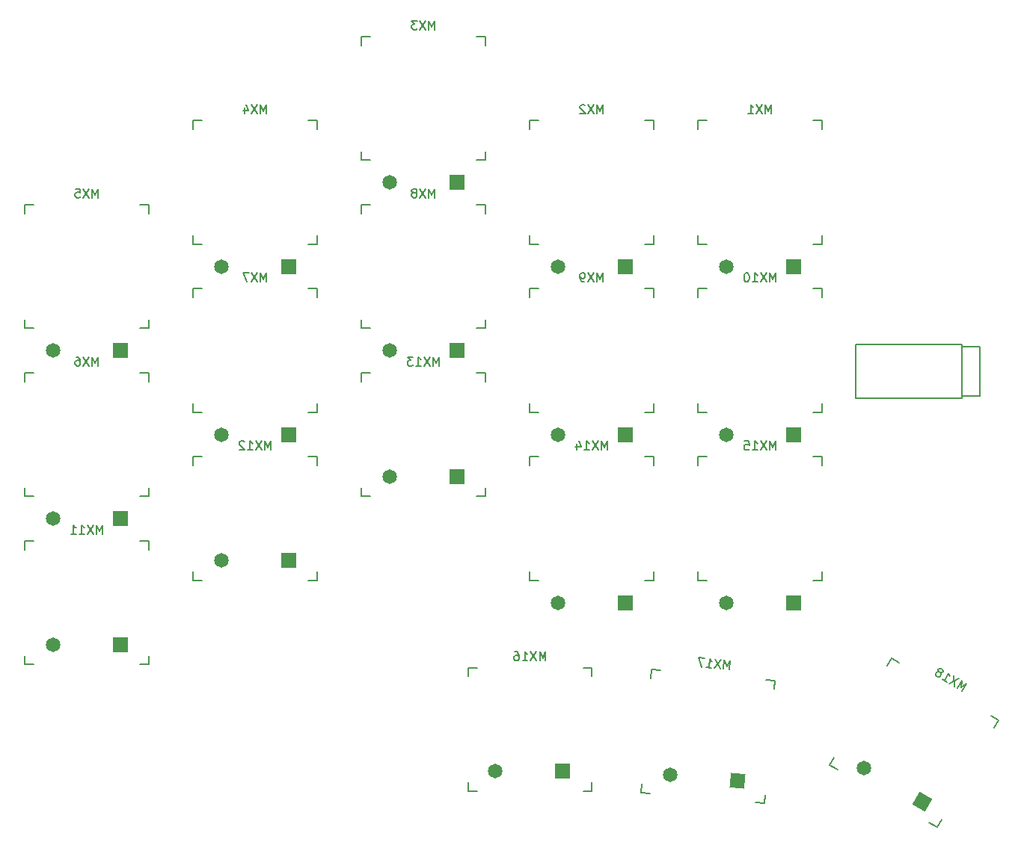
<source format=gbr>
%TF.GenerationSoftware,KiCad,Pcbnew,7.0.2-0*%
%TF.CreationDate,2023-12-07T17:55:22-05:00*%
%TF.ProjectId,Flare,466c6172-652e-46b6-9963-61645f706362,rev?*%
%TF.SameCoordinates,Original*%
%TF.FileFunction,Legend,Bot*%
%TF.FilePolarity,Positive*%
%FSLAX46Y46*%
G04 Gerber Fmt 4.6, Leading zero omitted, Abs format (unit mm)*
G04 Created by KiCad (PCBNEW 7.0.2-0) date 2023-12-07 17:55:22*
%MOMM*%
%LPD*%
G01*
G04 APERTURE LIST*
G04 Aperture macros list*
%AMRotRect*
0 Rectangle, with rotation*
0 The origin of the aperture is its center*
0 $1 length*
0 $2 width*
0 $3 Rotation angle, in degrees counterclockwise*
0 Add horizontal line*
21,1,$1,$2,0,0,$3*%
G04 Aperture macros list end*
%ADD10C,0.150000*%
%ADD11C,1.651000*%
%ADD12R,1.651000X1.651000*%
%ADD13RotRect,1.651000X1.651000X330.000000*%
%ADD14RotRect,1.651000X1.651000X355.000000*%
G04 APERTURE END LIST*
D10*
%TO.C,MX13*%
X58911904Y-49357619D02*
X58911904Y-48357619D01*
X58911904Y-48357619D02*
X58578571Y-49071904D01*
X58578571Y-49071904D02*
X58245238Y-48357619D01*
X58245238Y-48357619D02*
X58245238Y-49357619D01*
X57864285Y-48357619D02*
X57197619Y-49357619D01*
X57197619Y-48357619D02*
X57864285Y-49357619D01*
X56292857Y-49357619D02*
X56864285Y-49357619D01*
X56578571Y-49357619D02*
X56578571Y-48357619D01*
X56578571Y-48357619D02*
X56673809Y-48500476D01*
X56673809Y-48500476D02*
X56769047Y-48595714D01*
X56769047Y-48595714D02*
X56864285Y-48643333D01*
X55959523Y-48357619D02*
X55340476Y-48357619D01*
X55340476Y-48357619D02*
X55673809Y-48738571D01*
X55673809Y-48738571D02*
X55530952Y-48738571D01*
X55530952Y-48738571D02*
X55435714Y-48786190D01*
X55435714Y-48786190D02*
X55388095Y-48833809D01*
X55388095Y-48833809D02*
X55340476Y-48929047D01*
X55340476Y-48929047D02*
X55340476Y-49167142D01*
X55340476Y-49167142D02*
X55388095Y-49262380D01*
X55388095Y-49262380D02*
X55435714Y-49310000D01*
X55435714Y-49310000D02*
X55530952Y-49357619D01*
X55530952Y-49357619D02*
X55816666Y-49357619D01*
X55816666Y-49357619D02*
X55911904Y-49310000D01*
X55911904Y-49310000D02*
X55959523Y-49262380D01*
%TO.C,MX14*%
X77961904Y-58882619D02*
X77961904Y-57882619D01*
X77961904Y-57882619D02*
X77628571Y-58596904D01*
X77628571Y-58596904D02*
X77295238Y-57882619D01*
X77295238Y-57882619D02*
X77295238Y-58882619D01*
X76914285Y-57882619D02*
X76247619Y-58882619D01*
X76247619Y-57882619D02*
X76914285Y-58882619D01*
X75342857Y-58882619D02*
X75914285Y-58882619D01*
X75628571Y-58882619D02*
X75628571Y-57882619D01*
X75628571Y-57882619D02*
X75723809Y-58025476D01*
X75723809Y-58025476D02*
X75819047Y-58120714D01*
X75819047Y-58120714D02*
X75914285Y-58168333D01*
X74485714Y-58215952D02*
X74485714Y-58882619D01*
X74723809Y-57835000D02*
X74961904Y-58549285D01*
X74961904Y-58549285D02*
X74342857Y-58549285D01*
%TO.C,MX6*%
X20335713Y-49357619D02*
X20335713Y-48357619D01*
X20335713Y-48357619D02*
X20002380Y-49071904D01*
X20002380Y-49071904D02*
X19669047Y-48357619D01*
X19669047Y-48357619D02*
X19669047Y-49357619D01*
X19288094Y-48357619D02*
X18621428Y-49357619D01*
X18621428Y-48357619D02*
X19288094Y-49357619D01*
X17811904Y-48357619D02*
X18002380Y-48357619D01*
X18002380Y-48357619D02*
X18097618Y-48405238D01*
X18097618Y-48405238D02*
X18145237Y-48452857D01*
X18145237Y-48452857D02*
X18240475Y-48595714D01*
X18240475Y-48595714D02*
X18288094Y-48786190D01*
X18288094Y-48786190D02*
X18288094Y-49167142D01*
X18288094Y-49167142D02*
X18240475Y-49262380D01*
X18240475Y-49262380D02*
X18192856Y-49310000D01*
X18192856Y-49310000D02*
X18097618Y-49357619D01*
X18097618Y-49357619D02*
X17907142Y-49357619D01*
X17907142Y-49357619D02*
X17811904Y-49310000D01*
X17811904Y-49310000D02*
X17764285Y-49262380D01*
X17764285Y-49262380D02*
X17716666Y-49167142D01*
X17716666Y-49167142D02*
X17716666Y-48929047D01*
X17716666Y-48929047D02*
X17764285Y-48833809D01*
X17764285Y-48833809D02*
X17811904Y-48786190D01*
X17811904Y-48786190D02*
X17907142Y-48738571D01*
X17907142Y-48738571D02*
X18097618Y-48738571D01*
X18097618Y-48738571D02*
X18192856Y-48786190D01*
X18192856Y-48786190D02*
X18240475Y-48833809D01*
X18240475Y-48833809D02*
X18288094Y-48929047D01*
%TO.C,MX11*%
X20811904Y-68407619D02*
X20811904Y-67407619D01*
X20811904Y-67407619D02*
X20478571Y-68121904D01*
X20478571Y-68121904D02*
X20145238Y-67407619D01*
X20145238Y-67407619D02*
X20145238Y-68407619D01*
X19764285Y-67407619D02*
X19097619Y-68407619D01*
X19097619Y-67407619D02*
X19764285Y-68407619D01*
X18192857Y-68407619D02*
X18764285Y-68407619D01*
X18478571Y-68407619D02*
X18478571Y-67407619D01*
X18478571Y-67407619D02*
X18573809Y-67550476D01*
X18573809Y-67550476D02*
X18669047Y-67645714D01*
X18669047Y-67645714D02*
X18764285Y-67693333D01*
X17240476Y-68407619D02*
X17811904Y-68407619D01*
X17526190Y-68407619D02*
X17526190Y-67407619D01*
X17526190Y-67407619D02*
X17621428Y-67550476D01*
X17621428Y-67550476D02*
X17716666Y-67645714D01*
X17716666Y-67645714D02*
X17811904Y-67693333D01*
%TO.C,MX4*%
X39385713Y-20782619D02*
X39385713Y-19782619D01*
X39385713Y-19782619D02*
X39052380Y-20496904D01*
X39052380Y-20496904D02*
X38719047Y-19782619D01*
X38719047Y-19782619D02*
X38719047Y-20782619D01*
X38338094Y-19782619D02*
X37671428Y-20782619D01*
X37671428Y-19782619D02*
X38338094Y-20782619D01*
X36861904Y-20115952D02*
X36861904Y-20782619D01*
X37099999Y-19735000D02*
X37338094Y-20449285D01*
X37338094Y-20449285D02*
X36719047Y-20449285D01*
%TO.C,MX15*%
X97011904Y-58882619D02*
X97011904Y-57882619D01*
X97011904Y-57882619D02*
X96678571Y-58596904D01*
X96678571Y-58596904D02*
X96345238Y-57882619D01*
X96345238Y-57882619D02*
X96345238Y-58882619D01*
X95964285Y-57882619D02*
X95297619Y-58882619D01*
X95297619Y-57882619D02*
X95964285Y-58882619D01*
X94392857Y-58882619D02*
X94964285Y-58882619D01*
X94678571Y-58882619D02*
X94678571Y-57882619D01*
X94678571Y-57882619D02*
X94773809Y-58025476D01*
X94773809Y-58025476D02*
X94869047Y-58120714D01*
X94869047Y-58120714D02*
X94964285Y-58168333D01*
X93488095Y-57882619D02*
X93964285Y-57882619D01*
X93964285Y-57882619D02*
X94011904Y-58358809D01*
X94011904Y-58358809D02*
X93964285Y-58311190D01*
X93964285Y-58311190D02*
X93869047Y-58263571D01*
X93869047Y-58263571D02*
X93630952Y-58263571D01*
X93630952Y-58263571D02*
X93535714Y-58311190D01*
X93535714Y-58311190D02*
X93488095Y-58358809D01*
X93488095Y-58358809D02*
X93440476Y-58454047D01*
X93440476Y-58454047D02*
X93440476Y-58692142D01*
X93440476Y-58692142D02*
X93488095Y-58787380D01*
X93488095Y-58787380D02*
X93535714Y-58835000D01*
X93535714Y-58835000D02*
X93630952Y-58882619D01*
X93630952Y-58882619D02*
X93869047Y-58882619D01*
X93869047Y-58882619D02*
X93964285Y-58835000D01*
X93964285Y-58835000D02*
X94011904Y-58787380D01*
%TO.C,MX5*%
X20335713Y-30307619D02*
X20335713Y-29307619D01*
X20335713Y-29307619D02*
X20002380Y-30021904D01*
X20002380Y-30021904D02*
X19669047Y-29307619D01*
X19669047Y-29307619D02*
X19669047Y-30307619D01*
X19288094Y-29307619D02*
X18621428Y-30307619D01*
X18621428Y-29307619D02*
X19288094Y-30307619D01*
X17764285Y-29307619D02*
X18240475Y-29307619D01*
X18240475Y-29307619D02*
X18288094Y-29783809D01*
X18288094Y-29783809D02*
X18240475Y-29736190D01*
X18240475Y-29736190D02*
X18145237Y-29688571D01*
X18145237Y-29688571D02*
X17907142Y-29688571D01*
X17907142Y-29688571D02*
X17811904Y-29736190D01*
X17811904Y-29736190D02*
X17764285Y-29783809D01*
X17764285Y-29783809D02*
X17716666Y-29879047D01*
X17716666Y-29879047D02*
X17716666Y-30117142D01*
X17716666Y-30117142D02*
X17764285Y-30212380D01*
X17764285Y-30212380D02*
X17811904Y-30260000D01*
X17811904Y-30260000D02*
X17907142Y-30307619D01*
X17907142Y-30307619D02*
X18145237Y-30307619D01*
X18145237Y-30307619D02*
X18240475Y-30260000D01*
X18240475Y-30260000D02*
X18288094Y-30212380D01*
%TO.C,MX18*%
X118134544Y-86207552D02*
X118634544Y-85341526D01*
X118634544Y-85341526D02*
X117988726Y-85793449D01*
X117988726Y-85793449D02*
X118057194Y-85008193D01*
X118057194Y-85008193D02*
X117557194Y-85874218D01*
X117727280Y-84817717D02*
X116649929Y-85350409D01*
X117149929Y-84484384D02*
X117227280Y-85683742D01*
X115866383Y-84898028D02*
X116361254Y-85183742D01*
X116113818Y-85040885D02*
X116613818Y-84174860D01*
X116613818Y-84174860D02*
X116624868Y-84346197D01*
X116624868Y-84346197D02*
X116659728Y-84476294D01*
X116659728Y-84476294D02*
X116718397Y-84565153D01*
X115657225Y-84117442D02*
X115763513Y-84123822D01*
X115763513Y-84123822D02*
X115828562Y-84106392D01*
X115828562Y-84106392D02*
X115917420Y-84047723D01*
X115917420Y-84047723D02*
X115941230Y-84006484D01*
X115941230Y-84006484D02*
X115947610Y-83900195D01*
X115947610Y-83900195D02*
X115930180Y-83835147D01*
X115930180Y-83835147D02*
X115871511Y-83746288D01*
X115871511Y-83746288D02*
X115706554Y-83651050D01*
X115706554Y-83651050D02*
X115600266Y-83644670D01*
X115600266Y-83644670D02*
X115535217Y-83662100D01*
X115535217Y-83662100D02*
X115446358Y-83720769D01*
X115446358Y-83720769D02*
X115422549Y-83762009D01*
X115422549Y-83762009D02*
X115416169Y-83868297D01*
X115416169Y-83868297D02*
X115433599Y-83933346D01*
X115433599Y-83933346D02*
X115492268Y-84022204D01*
X115492268Y-84022204D02*
X115657225Y-84117442D01*
X115657225Y-84117442D02*
X115715894Y-84206300D01*
X115715894Y-84206300D02*
X115733324Y-84271349D01*
X115733324Y-84271349D02*
X115726944Y-84377637D01*
X115726944Y-84377637D02*
X115631706Y-84542595D01*
X115631706Y-84542595D02*
X115542848Y-84601264D01*
X115542848Y-84601264D02*
X115477799Y-84618693D01*
X115477799Y-84618693D02*
X115371511Y-84612314D01*
X115371511Y-84612314D02*
X115206554Y-84517076D01*
X115206554Y-84517076D02*
X115147885Y-84428217D01*
X115147885Y-84428217D02*
X115130455Y-84363168D01*
X115130455Y-84363168D02*
X115136835Y-84256880D01*
X115136835Y-84256880D02*
X115232073Y-84091923D01*
X115232073Y-84091923D02*
X115320931Y-84033254D01*
X115320931Y-84033254D02*
X115385980Y-84015824D01*
X115385980Y-84015824D02*
X115492268Y-84022204D01*
%TO.C,MX1*%
X96535713Y-20782619D02*
X96535713Y-19782619D01*
X96535713Y-19782619D02*
X96202380Y-20496904D01*
X96202380Y-20496904D02*
X95869047Y-19782619D01*
X95869047Y-19782619D02*
X95869047Y-20782619D01*
X95488094Y-19782619D02*
X94821428Y-20782619D01*
X94821428Y-19782619D02*
X95488094Y-20782619D01*
X93916666Y-20782619D02*
X94488094Y-20782619D01*
X94202380Y-20782619D02*
X94202380Y-19782619D01*
X94202380Y-19782619D02*
X94297618Y-19925476D01*
X94297618Y-19925476D02*
X94392856Y-20020714D01*
X94392856Y-20020714D02*
X94488094Y-20068333D01*
%TO.C,MX10*%
X97011904Y-39832619D02*
X97011904Y-38832619D01*
X97011904Y-38832619D02*
X96678571Y-39546904D01*
X96678571Y-39546904D02*
X96345238Y-38832619D01*
X96345238Y-38832619D02*
X96345238Y-39832619D01*
X95964285Y-38832619D02*
X95297619Y-39832619D01*
X95297619Y-38832619D02*
X95964285Y-39832619D01*
X94392857Y-39832619D02*
X94964285Y-39832619D01*
X94678571Y-39832619D02*
X94678571Y-38832619D01*
X94678571Y-38832619D02*
X94773809Y-38975476D01*
X94773809Y-38975476D02*
X94869047Y-39070714D01*
X94869047Y-39070714D02*
X94964285Y-39118333D01*
X93773809Y-38832619D02*
X93678571Y-38832619D01*
X93678571Y-38832619D02*
X93583333Y-38880238D01*
X93583333Y-38880238D02*
X93535714Y-38927857D01*
X93535714Y-38927857D02*
X93488095Y-39023095D01*
X93488095Y-39023095D02*
X93440476Y-39213571D01*
X93440476Y-39213571D02*
X93440476Y-39451666D01*
X93440476Y-39451666D02*
X93488095Y-39642142D01*
X93488095Y-39642142D02*
X93535714Y-39737380D01*
X93535714Y-39737380D02*
X93583333Y-39785000D01*
X93583333Y-39785000D02*
X93678571Y-39832619D01*
X93678571Y-39832619D02*
X93773809Y-39832619D01*
X93773809Y-39832619D02*
X93869047Y-39785000D01*
X93869047Y-39785000D02*
X93916666Y-39737380D01*
X93916666Y-39737380D02*
X93964285Y-39642142D01*
X93964285Y-39642142D02*
X94011904Y-39451666D01*
X94011904Y-39451666D02*
X94011904Y-39213571D01*
X94011904Y-39213571D02*
X93964285Y-39023095D01*
X93964285Y-39023095D02*
X93916666Y-38927857D01*
X93916666Y-38927857D02*
X93869047Y-38880238D01*
X93869047Y-38880238D02*
X93773809Y-38832619D01*
%TO.C,MX16*%
X70976904Y-82774494D02*
X70976904Y-81774494D01*
X70976904Y-81774494D02*
X70643571Y-82488779D01*
X70643571Y-82488779D02*
X70310238Y-81774494D01*
X70310238Y-81774494D02*
X70310238Y-82774494D01*
X69929285Y-81774494D02*
X69262619Y-82774494D01*
X69262619Y-81774494D02*
X69929285Y-82774494D01*
X68357857Y-82774494D02*
X68929285Y-82774494D01*
X68643571Y-82774494D02*
X68643571Y-81774494D01*
X68643571Y-81774494D02*
X68738809Y-81917351D01*
X68738809Y-81917351D02*
X68834047Y-82012589D01*
X68834047Y-82012589D02*
X68929285Y-82060208D01*
X67500714Y-81774494D02*
X67691190Y-81774494D01*
X67691190Y-81774494D02*
X67786428Y-81822113D01*
X67786428Y-81822113D02*
X67834047Y-81869732D01*
X67834047Y-81869732D02*
X67929285Y-82012589D01*
X67929285Y-82012589D02*
X67976904Y-82203065D01*
X67976904Y-82203065D02*
X67976904Y-82584017D01*
X67976904Y-82584017D02*
X67929285Y-82679255D01*
X67929285Y-82679255D02*
X67881666Y-82726875D01*
X67881666Y-82726875D02*
X67786428Y-82774494D01*
X67786428Y-82774494D02*
X67595952Y-82774494D01*
X67595952Y-82774494D02*
X67500714Y-82726875D01*
X67500714Y-82726875D02*
X67453095Y-82679255D01*
X67453095Y-82679255D02*
X67405476Y-82584017D01*
X67405476Y-82584017D02*
X67405476Y-82345922D01*
X67405476Y-82345922D02*
X67453095Y-82250684D01*
X67453095Y-82250684D02*
X67500714Y-82203065D01*
X67500714Y-82203065D02*
X67595952Y-82155446D01*
X67595952Y-82155446D02*
X67786428Y-82155446D01*
X67786428Y-82155446D02*
X67881666Y-82203065D01*
X67881666Y-82203065D02*
X67929285Y-82250684D01*
X67929285Y-82250684D02*
X67976904Y-82345922D01*
%TO.C,MX2*%
X77485713Y-20782619D02*
X77485713Y-19782619D01*
X77485713Y-19782619D02*
X77152380Y-20496904D01*
X77152380Y-20496904D02*
X76819047Y-19782619D01*
X76819047Y-19782619D02*
X76819047Y-20782619D01*
X76438094Y-19782619D02*
X75771428Y-20782619D01*
X75771428Y-19782619D02*
X76438094Y-20782619D01*
X75438094Y-19877857D02*
X75390475Y-19830238D01*
X75390475Y-19830238D02*
X75295237Y-19782619D01*
X75295237Y-19782619D02*
X75057142Y-19782619D01*
X75057142Y-19782619D02*
X74961904Y-19830238D01*
X74961904Y-19830238D02*
X74914285Y-19877857D01*
X74914285Y-19877857D02*
X74866666Y-19973095D01*
X74866666Y-19973095D02*
X74866666Y-20068333D01*
X74866666Y-20068333D02*
X74914285Y-20211190D01*
X74914285Y-20211190D02*
X75485713Y-20782619D01*
X75485713Y-20782619D02*
X74866666Y-20782619D01*
%TO.C,MX9*%
X77485713Y-39832619D02*
X77485713Y-38832619D01*
X77485713Y-38832619D02*
X77152380Y-39546904D01*
X77152380Y-39546904D02*
X76819047Y-38832619D01*
X76819047Y-38832619D02*
X76819047Y-39832619D01*
X76438094Y-38832619D02*
X75771428Y-39832619D01*
X75771428Y-38832619D02*
X76438094Y-39832619D01*
X75342856Y-39832619D02*
X75152380Y-39832619D01*
X75152380Y-39832619D02*
X75057142Y-39785000D01*
X75057142Y-39785000D02*
X75009523Y-39737380D01*
X75009523Y-39737380D02*
X74914285Y-39594523D01*
X74914285Y-39594523D02*
X74866666Y-39404047D01*
X74866666Y-39404047D02*
X74866666Y-39023095D01*
X74866666Y-39023095D02*
X74914285Y-38927857D01*
X74914285Y-38927857D02*
X74961904Y-38880238D01*
X74961904Y-38880238D02*
X75057142Y-38832619D01*
X75057142Y-38832619D02*
X75247618Y-38832619D01*
X75247618Y-38832619D02*
X75342856Y-38880238D01*
X75342856Y-38880238D02*
X75390475Y-38927857D01*
X75390475Y-38927857D02*
X75438094Y-39023095D01*
X75438094Y-39023095D02*
X75438094Y-39261190D01*
X75438094Y-39261190D02*
X75390475Y-39356428D01*
X75390475Y-39356428D02*
X75342856Y-39404047D01*
X75342856Y-39404047D02*
X75247618Y-39451666D01*
X75247618Y-39451666D02*
X75057142Y-39451666D01*
X75057142Y-39451666D02*
X74961904Y-39404047D01*
X74961904Y-39404047D02*
X74914285Y-39356428D01*
X74914285Y-39356428D02*
X74866666Y-39261190D01*
%TO.C,MX12*%
X39861904Y-58882619D02*
X39861904Y-57882619D01*
X39861904Y-57882619D02*
X39528571Y-58596904D01*
X39528571Y-58596904D02*
X39195238Y-57882619D01*
X39195238Y-57882619D02*
X39195238Y-58882619D01*
X38814285Y-57882619D02*
X38147619Y-58882619D01*
X38147619Y-57882619D02*
X38814285Y-58882619D01*
X37242857Y-58882619D02*
X37814285Y-58882619D01*
X37528571Y-58882619D02*
X37528571Y-57882619D01*
X37528571Y-57882619D02*
X37623809Y-58025476D01*
X37623809Y-58025476D02*
X37719047Y-58120714D01*
X37719047Y-58120714D02*
X37814285Y-58168333D01*
X36861904Y-57977857D02*
X36814285Y-57930238D01*
X36814285Y-57930238D02*
X36719047Y-57882619D01*
X36719047Y-57882619D02*
X36480952Y-57882619D01*
X36480952Y-57882619D02*
X36385714Y-57930238D01*
X36385714Y-57930238D02*
X36338095Y-57977857D01*
X36338095Y-57977857D02*
X36290476Y-58073095D01*
X36290476Y-58073095D02*
X36290476Y-58168333D01*
X36290476Y-58168333D02*
X36338095Y-58311190D01*
X36338095Y-58311190D02*
X36909523Y-58882619D01*
X36909523Y-58882619D02*
X36290476Y-58882619D01*
%TO.C,MX7*%
X39385713Y-39832619D02*
X39385713Y-38832619D01*
X39385713Y-38832619D02*
X39052380Y-39546904D01*
X39052380Y-39546904D02*
X38719047Y-38832619D01*
X38719047Y-38832619D02*
X38719047Y-39832619D01*
X38338094Y-38832619D02*
X37671428Y-39832619D01*
X37671428Y-38832619D02*
X38338094Y-39832619D01*
X37385713Y-38832619D02*
X36719047Y-38832619D01*
X36719047Y-38832619D02*
X37147618Y-39832619D01*
%TO.C,MX8*%
X58435713Y-30307619D02*
X58435713Y-29307619D01*
X58435713Y-29307619D02*
X58102380Y-30021904D01*
X58102380Y-30021904D02*
X57769047Y-29307619D01*
X57769047Y-29307619D02*
X57769047Y-30307619D01*
X57388094Y-29307619D02*
X56721428Y-30307619D01*
X56721428Y-29307619D02*
X57388094Y-30307619D01*
X56197618Y-29736190D02*
X56292856Y-29688571D01*
X56292856Y-29688571D02*
X56340475Y-29640952D01*
X56340475Y-29640952D02*
X56388094Y-29545714D01*
X56388094Y-29545714D02*
X56388094Y-29498095D01*
X56388094Y-29498095D02*
X56340475Y-29402857D01*
X56340475Y-29402857D02*
X56292856Y-29355238D01*
X56292856Y-29355238D02*
X56197618Y-29307619D01*
X56197618Y-29307619D02*
X56007142Y-29307619D01*
X56007142Y-29307619D02*
X55911904Y-29355238D01*
X55911904Y-29355238D02*
X55864285Y-29402857D01*
X55864285Y-29402857D02*
X55816666Y-29498095D01*
X55816666Y-29498095D02*
X55816666Y-29545714D01*
X55816666Y-29545714D02*
X55864285Y-29640952D01*
X55864285Y-29640952D02*
X55911904Y-29688571D01*
X55911904Y-29688571D02*
X56007142Y-29736190D01*
X56007142Y-29736190D02*
X56197618Y-29736190D01*
X56197618Y-29736190D02*
X56292856Y-29783809D01*
X56292856Y-29783809D02*
X56340475Y-29831428D01*
X56340475Y-29831428D02*
X56388094Y-29926666D01*
X56388094Y-29926666D02*
X56388094Y-30117142D01*
X56388094Y-30117142D02*
X56340475Y-30212380D01*
X56340475Y-30212380D02*
X56292856Y-30260000D01*
X56292856Y-30260000D02*
X56197618Y-30307619D01*
X56197618Y-30307619D02*
X56007142Y-30307619D01*
X56007142Y-30307619D02*
X55911904Y-30260000D01*
X55911904Y-30260000D02*
X55864285Y-30212380D01*
X55864285Y-30212380D02*
X55816666Y-30117142D01*
X55816666Y-30117142D02*
X55816666Y-29926666D01*
X55816666Y-29926666D02*
X55864285Y-29831428D01*
X55864285Y-29831428D02*
X55911904Y-29783809D01*
X55911904Y-29783809D02*
X56007142Y-29736190D01*
%TO.C,MX17*%
X91791270Y-83751456D02*
X91878426Y-82755262D01*
X91878426Y-82755262D02*
X91484107Y-83437777D01*
X91484107Y-83437777D02*
X91214296Y-82697158D01*
X91214296Y-82697158D02*
X91127140Y-83693352D01*
X90834793Y-82663956D02*
X90083508Y-83602046D01*
X90170663Y-82605852D02*
X90747637Y-83660150D01*
X89182189Y-83523191D02*
X89751443Y-83572995D01*
X89466816Y-83548093D02*
X89553971Y-82551898D01*
X89553971Y-82551898D02*
X89636396Y-82702512D01*
X89636396Y-82702512D02*
X89722971Y-82805688D01*
X89722971Y-82805688D02*
X89813697Y-82861427D01*
X88937279Y-82497945D02*
X88273150Y-82439841D01*
X88273150Y-82439841D02*
X88612934Y-83473388D01*
%TO.C,MX3*%
X58435713Y-11257619D02*
X58435713Y-10257619D01*
X58435713Y-10257619D02*
X58102380Y-10971904D01*
X58102380Y-10971904D02*
X57769047Y-10257619D01*
X57769047Y-10257619D02*
X57769047Y-11257619D01*
X57388094Y-10257619D02*
X56721428Y-11257619D01*
X56721428Y-10257619D02*
X57388094Y-11257619D01*
X56435713Y-10257619D02*
X55816666Y-10257619D01*
X55816666Y-10257619D02*
X56149999Y-10638571D01*
X56149999Y-10638571D02*
X56007142Y-10638571D01*
X56007142Y-10638571D02*
X55911904Y-10686190D01*
X55911904Y-10686190D02*
X55864285Y-10733809D01*
X55864285Y-10733809D02*
X55816666Y-10829047D01*
X55816666Y-10829047D02*
X55816666Y-11067142D01*
X55816666Y-11067142D02*
X55864285Y-11162380D01*
X55864285Y-11162380D02*
X55911904Y-11210000D01*
X55911904Y-11210000D02*
X56007142Y-11257619D01*
X56007142Y-11257619D02*
X56292856Y-11257619D01*
X56292856Y-11257619D02*
X56388094Y-11210000D01*
X56388094Y-11210000D02*
X56435713Y-11162380D01*
%TO.C,MX13*%
X50150000Y-50150000D02*
X51150000Y-50150000D01*
X50150000Y-51150000D02*
X50150000Y-50150000D01*
X50150000Y-64150000D02*
X50150000Y-63150000D01*
X51150000Y-64150000D02*
X50150000Y-64150000D01*
X63150000Y-50150000D02*
X64150000Y-50150000D01*
X64150000Y-50150000D02*
X64150000Y-51150000D01*
X64150000Y-63150000D02*
X64150000Y-64150000D01*
X64150000Y-64150000D02*
X63150000Y-64150000D01*
%TO.C,MX14*%
X69200000Y-59675000D02*
X70200000Y-59675000D01*
X69200000Y-60675000D02*
X69200000Y-59675000D01*
X69200000Y-73675000D02*
X69200000Y-72675000D01*
X70200000Y-73675000D02*
X69200000Y-73675000D01*
X82200000Y-59675000D02*
X83200000Y-59675000D01*
X83200000Y-59675000D02*
X83200000Y-60675000D01*
X83200000Y-72675000D02*
X83200000Y-73675000D01*
X83200000Y-73675000D02*
X82200000Y-73675000D01*
%TO.C,MX6*%
X12050000Y-50150000D02*
X13050000Y-50150000D01*
X12050000Y-51150000D02*
X12050000Y-50150000D01*
X12050000Y-64150000D02*
X12050000Y-63150000D01*
X13050000Y-64150000D02*
X12050000Y-64150000D01*
X25050000Y-50150000D02*
X26050000Y-50150000D01*
X26050000Y-50150000D02*
X26050000Y-51150000D01*
X26050000Y-63150000D02*
X26050000Y-64150000D01*
X26050000Y-64150000D02*
X25050000Y-64150000D01*
%TO.C,MX11*%
X12050000Y-69200000D02*
X13050000Y-69200000D01*
X12050000Y-70200000D02*
X12050000Y-69200000D01*
X12050000Y-83200000D02*
X12050000Y-82200000D01*
X13050000Y-83200000D02*
X12050000Y-83200000D01*
X25050000Y-69200000D02*
X26050000Y-69200000D01*
X26050000Y-69200000D02*
X26050000Y-70200000D01*
X26050000Y-82200000D02*
X26050000Y-83200000D01*
X26050000Y-83200000D02*
X25050000Y-83200000D01*
%TO.C,MX4*%
X31100000Y-21575000D02*
X32100000Y-21575000D01*
X31100000Y-22575000D02*
X31100000Y-21575000D01*
X31100000Y-35575000D02*
X31100000Y-34575000D01*
X32100000Y-35575000D02*
X31100000Y-35575000D01*
X44100000Y-21575000D02*
X45100000Y-21575000D01*
X45100000Y-21575000D02*
X45100000Y-22575000D01*
X45100000Y-34575000D02*
X45100000Y-35575000D01*
X45100000Y-35575000D02*
X44100000Y-35575000D01*
%TO.C,MX15*%
X88250000Y-59675000D02*
X89250000Y-59675000D01*
X88250000Y-60675000D02*
X88250000Y-59675000D01*
X88250000Y-73675000D02*
X88250000Y-72675000D01*
X89250000Y-73675000D02*
X88250000Y-73675000D01*
X101250000Y-59675000D02*
X102250000Y-59675000D01*
X102250000Y-59675000D02*
X102250000Y-60675000D01*
X102250000Y-72675000D02*
X102250000Y-73675000D01*
X102250000Y-73675000D02*
X101250000Y-73675000D01*
%TO.C,MX5*%
X12050000Y-31100000D02*
X13050000Y-31100000D01*
X12050000Y-32100000D02*
X12050000Y-31100000D01*
X12050000Y-45100000D02*
X12050000Y-44100000D01*
X13050000Y-45100000D02*
X12050000Y-45100000D01*
X25050000Y-31100000D02*
X26050000Y-31100000D01*
X26050000Y-31100000D02*
X26050000Y-32100000D01*
X26050000Y-44100000D02*
X26050000Y-45100000D01*
X26050000Y-45100000D02*
X25050000Y-45100000D01*
%TO.C,MX18*%
X110150322Y-82512822D02*
X111016348Y-83012822D01*
X109650322Y-83378848D02*
X110150322Y-82512822D01*
X103150322Y-94637178D02*
X103650322Y-93771152D01*
X104016348Y-95137178D02*
X103150322Y-94637178D01*
X121408652Y-89012822D02*
X122274678Y-89512822D01*
X122274678Y-89512822D02*
X121774678Y-90378848D01*
X115774678Y-100771152D02*
X115274678Y-101637178D01*
X115274678Y-101637178D02*
X114408652Y-101137178D01*
%TO.C,MX1*%
X88250000Y-21575000D02*
X89250000Y-21575000D01*
X88250000Y-22575000D02*
X88250000Y-21575000D01*
X88250000Y-35575000D02*
X88250000Y-34575000D01*
X89250000Y-35575000D02*
X88250000Y-35575000D01*
X101250000Y-21575000D02*
X102250000Y-21575000D01*
X102250000Y-21575000D02*
X102250000Y-22575000D01*
X102250000Y-34575000D02*
X102250000Y-35575000D01*
X102250000Y-35575000D02*
X101250000Y-35575000D01*
%TO.C,MX10*%
X88250000Y-40625000D02*
X89250000Y-40625000D01*
X88250000Y-41625000D02*
X88250000Y-40625000D01*
X88250000Y-54625000D02*
X88250000Y-53625000D01*
X89250000Y-54625000D02*
X88250000Y-54625000D01*
X101250000Y-40625000D02*
X102250000Y-40625000D01*
X102250000Y-40625000D02*
X102250000Y-41625000D01*
X102250000Y-53625000D02*
X102250000Y-54625000D01*
X102250000Y-54625000D02*
X101250000Y-54625000D01*
%TO.C,MX16*%
X62215000Y-83566875D02*
X63215000Y-83566875D01*
X62215000Y-84566875D02*
X62215000Y-83566875D01*
X62215000Y-97566875D02*
X62215000Y-96566875D01*
X63215000Y-97566875D02*
X62215000Y-97566875D01*
X75215000Y-83566875D02*
X76215000Y-83566875D01*
X76215000Y-83566875D02*
X76215000Y-84566875D01*
X76215000Y-96566875D02*
X76215000Y-97566875D01*
X76215000Y-97566875D02*
X75215000Y-97566875D01*
%TO.C,MX2*%
X69200000Y-21575000D02*
X70200000Y-21575000D01*
X69200000Y-22575000D02*
X69200000Y-21575000D01*
X69200000Y-35575000D02*
X69200000Y-34575000D01*
X70200000Y-35575000D02*
X69200000Y-35575000D01*
X82200000Y-21575000D02*
X83200000Y-21575000D01*
X83200000Y-21575000D02*
X83200000Y-22575000D01*
X83200000Y-34575000D02*
X83200000Y-35575000D01*
X83200000Y-35575000D02*
X82200000Y-35575000D01*
%TO.C,MX9*%
X69200000Y-40625000D02*
X70200000Y-40625000D01*
X69200000Y-41625000D02*
X69200000Y-40625000D01*
X69200000Y-54625000D02*
X69200000Y-53625000D01*
X70200000Y-54625000D02*
X69200000Y-54625000D01*
X82200000Y-40625000D02*
X83200000Y-40625000D01*
X83200000Y-40625000D02*
X83200000Y-41625000D01*
X83200000Y-53625000D02*
X83200000Y-54625000D01*
X83200000Y-54625000D02*
X82200000Y-54625000D01*
%TO.C,MX12*%
X31100000Y-59675000D02*
X32100000Y-59675000D01*
X31100000Y-60675000D02*
X31100000Y-59675000D01*
X31100000Y-73675000D02*
X31100000Y-72675000D01*
X32100000Y-73675000D02*
X31100000Y-73675000D01*
X44100000Y-59675000D02*
X45100000Y-59675000D01*
X45100000Y-59675000D02*
X45100000Y-60675000D01*
X45100000Y-72675000D02*
X45100000Y-73675000D01*
X45100000Y-73675000D02*
X44100000Y-73675000D01*
%TO.C,MX7*%
X31100000Y-40625000D02*
X32100000Y-40625000D01*
X31100000Y-41625000D02*
X31100000Y-40625000D01*
X31100000Y-54625000D02*
X31100000Y-53625000D01*
X32100000Y-54625000D02*
X31100000Y-54625000D01*
X44100000Y-40625000D02*
X45100000Y-40625000D01*
X45100000Y-40625000D02*
X45100000Y-41625000D01*
X45100000Y-53625000D02*
X45100000Y-54625000D01*
X45100000Y-54625000D02*
X44100000Y-54625000D01*
%TO.C,MX8*%
X50150000Y-31100000D02*
X51150000Y-31100000D01*
X50150000Y-32100000D02*
X50150000Y-31100000D01*
X50150000Y-45100000D02*
X50150000Y-44100000D01*
X51150000Y-45100000D02*
X50150000Y-45100000D01*
X63150000Y-31100000D02*
X64150000Y-31100000D01*
X64150000Y-31100000D02*
X64150000Y-32100000D01*
X64150000Y-44100000D02*
X64150000Y-45100000D01*
X64150000Y-45100000D02*
X63150000Y-45100000D01*
%TO.C,MX17*%
X82993646Y-83777172D02*
X83989841Y-83864328D01*
X82906491Y-84773367D02*
X82993646Y-83777172D01*
X81773466Y-97723898D02*
X81860622Y-96727703D01*
X82769661Y-97811053D02*
X81773466Y-97723898D01*
X95944177Y-84910197D02*
X96940372Y-84997352D01*
X96940372Y-84997352D02*
X96853216Y-85993547D01*
X95807347Y-97947883D02*
X95720192Y-98944078D01*
X95720192Y-98944078D02*
X94723997Y-98856922D01*
%TO.C,MX3*%
X50150000Y-12050000D02*
X51150000Y-12050000D01*
X50150000Y-13050000D02*
X50150000Y-12050000D01*
X50150000Y-26050000D02*
X50150000Y-25050000D01*
X51150000Y-26050000D02*
X50150000Y-26050000D01*
X63150000Y-12050000D02*
X64150000Y-12050000D01*
X64150000Y-12050000D02*
X64150000Y-13050000D01*
X64150000Y-25050000D02*
X64150000Y-26050000D01*
X64150000Y-26050000D02*
X63150000Y-26050000D01*
%TO.C,U3*%
X118137500Y-53056250D02*
X106037500Y-53056250D01*
X118137500Y-52806250D02*
X120137500Y-52806250D01*
X118137500Y-47206250D02*
X120137500Y-47206250D01*
X120137500Y-47206250D02*
X120137500Y-52806250D01*
X106037500Y-46956250D02*
X106037500Y-53056250D01*
X118137500Y-46956250D02*
X118137500Y-53056250D01*
X118137500Y-46956250D02*
X106037500Y-46956250D01*
%TD*%
D11*
%TO.C,D3*%
X53340000Y-28575000D03*
D12*
X60960000Y-28575000D03*
%TD*%
D11*
%TO.C,D12*%
X34290000Y-71437500D03*
D12*
X41910000Y-71437500D03*
%TD*%
D11*
%TO.C,D10*%
X91440000Y-57150000D03*
D12*
X99060000Y-57150000D03*
%TD*%
D11*
%TO.C,D13*%
X53340000Y-61912500D03*
D12*
X60960000Y-61912500D03*
%TD*%
D11*
%TO.C,D2*%
X72390000Y-38100000D03*
D12*
X80010000Y-38100000D03*
%TD*%
D11*
%TO.C,D8*%
X53340000Y-47625000D03*
D12*
X60960000Y-47625000D03*
%TD*%
D11*
%TO.C,D14*%
X72390000Y-76200000D03*
D12*
X80010000Y-76200000D03*
%TD*%
D11*
%TO.C,D11*%
X15240000Y-80962500D03*
D12*
X22860000Y-80962500D03*
%TD*%
D11*
%TO.C,D7*%
X34290000Y-57150000D03*
D12*
X41910000Y-57150000D03*
%TD*%
D11*
%TO.C,D4*%
X34290000Y-38100000D03*
D12*
X41910000Y-38100000D03*
%TD*%
D11*
%TO.C,D18*%
X107031693Y-94932500D03*
D13*
X113630807Y-98742500D03*
%TD*%
D11*
%TO.C,D17*%
X85104498Y-95711687D03*
D14*
X92695502Y-96375813D03*
%TD*%
D11*
%TO.C,D6*%
X15240000Y-66675000D03*
D12*
X22860000Y-66675000D03*
%TD*%
D11*
%TO.C,D5*%
X15240000Y-47625000D03*
D12*
X22860000Y-47625000D03*
%TD*%
D11*
%TO.C,D15*%
X91440000Y-76200000D03*
D12*
X99060000Y-76200000D03*
%TD*%
D11*
%TO.C,D1*%
X91440000Y-38100000D03*
D12*
X99060000Y-38100000D03*
%TD*%
D11*
%TO.C,D16*%
X65246250Y-95250000D03*
D12*
X72866250Y-95250000D03*
%TD*%
D11*
%TO.C,D9*%
X72390000Y-57150000D03*
D12*
X80010000Y-57150000D03*
%TD*%
M02*

</source>
